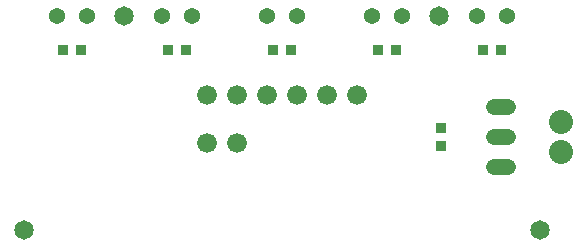
<source format=gts>
G75*
%MOIN*%
%OFA0B0*%
%FSLAX25Y25*%
%IPPOS*%
%LPD*%
%AMOC8*
5,1,8,0,0,1.08239X$1,22.5*
%
%ADD10C,0.06506*%
%ADD11C,0.08000*%
%ADD12C,0.05400*%
%ADD13R,0.03600X0.03600*%
%ADD14C,0.05400*%
%ADD15C,0.06600*%
D10*
X0075000Y0045000D03*
X0108500Y0116500D03*
X0213500Y0116500D03*
X0247000Y0045000D03*
D11*
X0254000Y0071000D03*
X0254000Y0081000D03*
D12*
X0236000Y0116500D03*
X0226000Y0116500D03*
X0201000Y0116500D03*
X0191000Y0116500D03*
X0166000Y0116500D03*
X0156000Y0116500D03*
X0131000Y0116561D03*
X0121000Y0116439D03*
X0096000Y0116500D03*
X0086000Y0116500D03*
D13*
X0088000Y0105000D03*
X0094000Y0105000D03*
X0123000Y0105000D03*
X0129000Y0105000D03*
X0158000Y0105000D03*
X0164000Y0105000D03*
X0193000Y0105000D03*
X0199000Y0105000D03*
X0228000Y0105000D03*
X0234000Y0105000D03*
X0214000Y0079000D03*
X0214000Y0073000D03*
D14*
X0231600Y0076000D02*
X0236400Y0076000D01*
X0236400Y0066000D02*
X0231600Y0066000D01*
X0231600Y0086000D02*
X0236400Y0086000D01*
D15*
X0186000Y0090000D03*
X0176000Y0090000D03*
X0166000Y0090000D03*
X0156000Y0090000D03*
X0146000Y0090000D03*
X0136000Y0090000D03*
X0136000Y0074000D03*
X0146000Y0074000D03*
M02*

</source>
